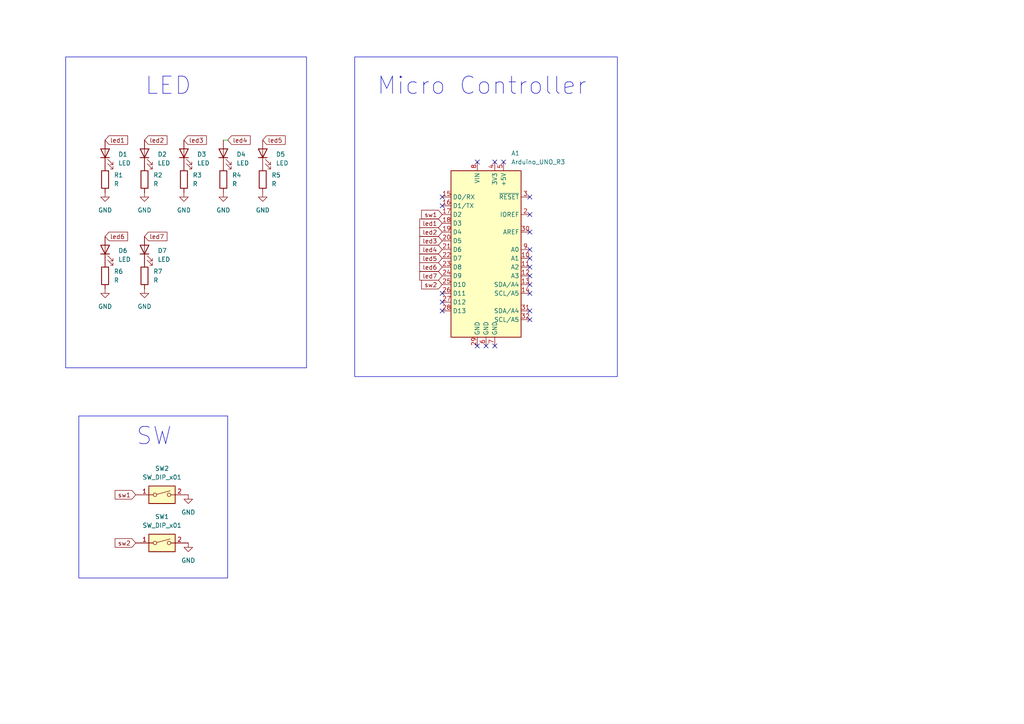
<source format=kicad_sch>
(kicad_sch (version 20230121) (generator eeschema)

  (uuid 2dc46684-5224-4c07-a5f3-575bb1620e7f)

  (paper "A4")

  (lib_symbols
    (symbol "Device:LED" (pin_numbers hide) (pin_names (offset 1.016) hide) (in_bom yes) (on_board yes)
      (property "Reference" "D" (at 0 2.54 0)
        (effects (font (size 1.27 1.27)))
      )
      (property "Value" "LED" (at 0 -2.54 0)
        (effects (font (size 1.27 1.27)))
      )
      (property "Footprint" "" (at 0 0 0)
        (effects (font (size 1.27 1.27)) hide)
      )
      (property "Datasheet" "~" (at 0 0 0)
        (effects (font (size 1.27 1.27)) hide)
      )
      (property "ki_keywords" "LED diode" (at 0 0 0)
        (effects (font (size 1.27 1.27)) hide)
      )
      (property "ki_description" "Light emitting diode" (at 0 0 0)
        (effects (font (size 1.27 1.27)) hide)
      )
      (property "ki_fp_filters" "LED* LED_SMD:* LED_THT:*" (at 0 0 0)
        (effects (font (size 1.27 1.27)) hide)
      )
      (symbol "LED_0_1"
        (polyline
          (pts
            (xy -1.27 -1.27)
            (xy -1.27 1.27)
          )
          (stroke (width 0.254) (type default))
          (fill (type none))
        )
        (polyline
          (pts
            (xy -1.27 0)
            (xy 1.27 0)
          )
          (stroke (width 0) (type default))
          (fill (type none))
        )
        (polyline
          (pts
            (xy 1.27 -1.27)
            (xy 1.27 1.27)
            (xy -1.27 0)
            (xy 1.27 -1.27)
          )
          (stroke (width 0.254) (type default))
          (fill (type none))
        )
        (polyline
          (pts
            (xy -3.048 -0.762)
            (xy -4.572 -2.286)
            (xy -3.81 -2.286)
            (xy -4.572 -2.286)
            (xy -4.572 -1.524)
          )
          (stroke (width 0) (type default))
          (fill (type none))
        )
        (polyline
          (pts
            (xy -1.778 -0.762)
            (xy -3.302 -2.286)
            (xy -2.54 -2.286)
            (xy -3.302 -2.286)
            (xy -3.302 -1.524)
          )
          (stroke (width 0) (type default))
          (fill (type none))
        )
      )
      (symbol "LED_1_1"
        (pin passive line (at -3.81 0 0) (length 2.54)
          (name "K" (effects (font (size 1.27 1.27))))
          (number "1" (effects (font (size 1.27 1.27))))
        )
        (pin passive line (at 3.81 0 180) (length 2.54)
          (name "A" (effects (font (size 1.27 1.27))))
          (number "2" (effects (font (size 1.27 1.27))))
        )
      )
    )
    (symbol "Device:R" (pin_numbers hide) (pin_names (offset 0)) (in_bom yes) (on_board yes)
      (property "Reference" "R" (at 2.032 0 90)
        (effects (font (size 1.27 1.27)))
      )
      (property "Value" "R" (at 0 0 90)
        (effects (font (size 1.27 1.27)))
      )
      (property "Footprint" "" (at -1.778 0 90)
        (effects (font (size 1.27 1.27)) hide)
      )
      (property "Datasheet" "~" (at 0 0 0)
        (effects (font (size 1.27 1.27)) hide)
      )
      (property "ki_keywords" "R res resistor" (at 0 0 0)
        (effects (font (size 1.27 1.27)) hide)
      )
      (property "ki_description" "Resistor" (at 0 0 0)
        (effects (font (size 1.27 1.27)) hide)
      )
      (property "ki_fp_filters" "R_*" (at 0 0 0)
        (effects (font (size 1.27 1.27)) hide)
      )
      (symbol "R_0_1"
        (rectangle (start -1.016 -2.54) (end 1.016 2.54)
          (stroke (width 0.254) (type default))
          (fill (type none))
        )
      )
      (symbol "R_1_1"
        (pin passive line (at 0 3.81 270) (length 1.27)
          (name "~" (effects (font (size 1.27 1.27))))
          (number "1" (effects (font (size 1.27 1.27))))
        )
        (pin passive line (at 0 -3.81 90) (length 1.27)
          (name "~" (effects (font (size 1.27 1.27))))
          (number "2" (effects (font (size 1.27 1.27))))
        )
      )
    )
    (symbol "MCU_Module:Arduino_UNO_R3" (in_bom yes) (on_board yes)
      (property "Reference" "A" (at -10.16 23.495 0)
        (effects (font (size 1.27 1.27)) (justify left bottom))
      )
      (property "Value" "Arduino_UNO_R3" (at 5.08 -26.67 0)
        (effects (font (size 1.27 1.27)) (justify left top))
      )
      (property "Footprint" "Module:Arduino_UNO_R3" (at 0 0 0)
        (effects (font (size 1.27 1.27) italic) hide)
      )
      (property "Datasheet" "https://www.arduino.cc/en/Main/arduinoBoardUno" (at 0 0 0)
        (effects (font (size 1.27 1.27)) hide)
      )
      (property "ki_keywords" "Arduino UNO R3 Microcontroller Module Atmel AVR USB" (at 0 0 0)
        (effects (font (size 1.27 1.27)) hide)
      )
      (property "ki_description" "Arduino UNO Microcontroller Module, release 3" (at 0 0 0)
        (effects (font (size 1.27 1.27)) hide)
      )
      (property "ki_fp_filters" "Arduino*UNO*R3*" (at 0 0 0)
        (effects (font (size 1.27 1.27)) hide)
      )
      (symbol "Arduino_UNO_R3_0_1"
        (rectangle (start -10.16 22.86) (end 10.16 -25.4)
          (stroke (width 0.254) (type default))
          (fill (type background))
        )
      )
      (symbol "Arduino_UNO_R3_1_1"
        (pin no_connect line (at -10.16 -20.32 0) (length 2.54) hide
          (name "NC" (effects (font (size 1.27 1.27))))
          (number "1" (effects (font (size 1.27 1.27))))
        )
        (pin bidirectional line (at 12.7 -2.54 180) (length 2.54)
          (name "A1" (effects (font (size 1.27 1.27))))
          (number "10" (effects (font (size 1.27 1.27))))
        )
        (pin bidirectional line (at 12.7 -5.08 180) (length 2.54)
          (name "A2" (effects (font (size 1.27 1.27))))
          (number "11" (effects (font (size 1.27 1.27))))
        )
        (pin bidirectional line (at 12.7 -7.62 180) (length 2.54)
          (name "A3" (effects (font (size 1.27 1.27))))
          (number "12" (effects (font (size 1.27 1.27))))
        )
        (pin bidirectional line (at 12.7 -10.16 180) (length 2.54)
          (name "SDA/A4" (effects (font (size 1.27 1.27))))
          (number "13" (effects (font (size 1.27 1.27))))
        )
        (pin bidirectional line (at 12.7 -12.7 180) (length 2.54)
          (name "SCL/A5" (effects (font (size 1.27 1.27))))
          (number "14" (effects (font (size 1.27 1.27))))
        )
        (pin bidirectional line (at -12.7 15.24 0) (length 2.54)
          (name "D0/RX" (effects (font (size 1.27 1.27))))
          (number "15" (effects (font (size 1.27 1.27))))
        )
        (pin bidirectional line (at -12.7 12.7 0) (length 2.54)
          (name "D1/TX" (effects (font (size 1.27 1.27))))
          (number "16" (effects (font (size 1.27 1.27))))
        )
        (pin bidirectional line (at -12.7 10.16 0) (length 2.54)
          (name "D2" (effects (font (size 1.27 1.27))))
          (number "17" (effects (font (size 1.27 1.27))))
        )
        (pin bidirectional line (at -12.7 7.62 0) (length 2.54)
          (name "D3" (effects (font (size 1.27 1.27))))
          (number "18" (effects (font (size 1.27 1.27))))
        )
        (pin bidirectional line (at -12.7 5.08 0) (length 2.54)
          (name "D4" (effects (font (size 1.27 1.27))))
          (number "19" (effects (font (size 1.27 1.27))))
        )
        (pin output line (at 12.7 10.16 180) (length 2.54)
          (name "IOREF" (effects (font (size 1.27 1.27))))
          (number "2" (effects (font (size 1.27 1.27))))
        )
        (pin bidirectional line (at -12.7 2.54 0) (length 2.54)
          (name "D5" (effects (font (size 1.27 1.27))))
          (number "20" (effects (font (size 1.27 1.27))))
        )
        (pin bidirectional line (at -12.7 0 0) (length 2.54)
          (name "D6" (effects (font (size 1.27 1.27))))
          (number "21" (effects (font (size 1.27 1.27))))
        )
        (pin bidirectional line (at -12.7 -2.54 0) (length 2.54)
          (name "D7" (effects (font (size 1.27 1.27))))
          (number "22" (effects (font (size 1.27 1.27))))
        )
        (pin bidirectional line (at -12.7 -5.08 0) (length 2.54)
          (name "D8" (effects (font (size 1.27 1.27))))
          (number "23" (effects (font (size 1.27 1.27))))
        )
        (pin bidirectional line (at -12.7 -7.62 0) (length 2.54)
          (name "D9" (effects (font (size 1.27 1.27))))
          (number "24" (effects (font (size 1.27 1.27))))
        )
        (pin bidirectional line (at -12.7 -10.16 0) (length 2.54)
          (name "D10" (effects (font (size 1.27 1.27))))
          (number "25" (effects (font (size 1.27 1.27))))
        )
        (pin bidirectional line (at -12.7 -12.7 0) (length 2.54)
          (name "D11" (effects (font (size 1.27 1.27))))
          (number "26" (effects (font (size 1.27 1.27))))
        )
        (pin bidirectional line (at -12.7 -15.24 0) (length 2.54)
          (name "D12" (effects (font (size 1.27 1.27))))
          (number "27" (effects (font (size 1.27 1.27))))
        )
        (pin bidirectional line (at -12.7 -17.78 0) (length 2.54)
          (name "D13" (effects (font (size 1.27 1.27))))
          (number "28" (effects (font (size 1.27 1.27))))
        )
        (pin power_in line (at -2.54 -27.94 90) (length 2.54)
          (name "GND" (effects (font (size 1.27 1.27))))
          (number "29" (effects (font (size 1.27 1.27))))
        )
        (pin input line (at 12.7 15.24 180) (length 2.54)
          (name "~{RESET}" (effects (font (size 1.27 1.27))))
          (number "3" (effects (font (size 1.27 1.27))))
        )
        (pin input line (at 12.7 5.08 180) (length 2.54)
          (name "AREF" (effects (font (size 1.27 1.27))))
          (number "30" (effects (font (size 1.27 1.27))))
        )
        (pin bidirectional line (at 12.7 -17.78 180) (length 2.54)
          (name "SDA/A4" (effects (font (size 1.27 1.27))))
          (number "31" (effects (font (size 1.27 1.27))))
        )
        (pin bidirectional line (at 12.7 -20.32 180) (length 2.54)
          (name "SCL/A5" (effects (font (size 1.27 1.27))))
          (number "32" (effects (font (size 1.27 1.27))))
        )
        (pin power_out line (at 2.54 25.4 270) (length 2.54)
          (name "3V3" (effects (font (size 1.27 1.27))))
          (number "4" (effects (font (size 1.27 1.27))))
        )
        (pin power_out line (at 5.08 25.4 270) (length 2.54)
          (name "+5V" (effects (font (size 1.27 1.27))))
          (number "5" (effects (font (size 1.27 1.27))))
        )
        (pin power_in line (at 0 -27.94 90) (length 2.54)
          (name "GND" (effects (font (size 1.27 1.27))))
          (number "6" (effects (font (size 1.27 1.27))))
        )
        (pin power_in line (at 2.54 -27.94 90) (length 2.54)
          (name "GND" (effects (font (size 1.27 1.27))))
          (number "7" (effects (font (size 1.27 1.27))))
        )
        (pin power_in line (at -2.54 25.4 270) (length 2.54)
          (name "VIN" (effects (font (size 1.27 1.27))))
          (number "8" (effects (font (size 1.27 1.27))))
        )
        (pin bidirectional line (at 12.7 0 180) (length 2.54)
          (name "A0" (effects (font (size 1.27 1.27))))
          (number "9" (effects (font (size 1.27 1.27))))
        )
      )
    )
    (symbol "Switch:SW_DIP_x01" (pin_names (offset 0) hide) (in_bom yes) (on_board yes)
      (property "Reference" "SW" (at 0 3.81 0)
        (effects (font (size 1.27 1.27)))
      )
      (property "Value" "SW_DIP_x01" (at 0 -3.81 0)
        (effects (font (size 1.27 1.27)))
      )
      (property "Footprint" "" (at 0 0 0)
        (effects (font (size 1.27 1.27)) hide)
      )
      (property "Datasheet" "~" (at 0 0 0)
        (effects (font (size 1.27 1.27)) hide)
      )
      (property "ki_keywords" "dip switch" (at 0 0 0)
        (effects (font (size 1.27 1.27)) hide)
      )
      (property "ki_description" "1x DIP Switch, Single Pole Single Throw (SPST) switch, small symbol" (at 0 0 0)
        (effects (font (size 1.27 1.27)) hide)
      )
      (property "ki_fp_filters" "SW?DIP?x1*" (at 0 0 0)
        (effects (font (size 1.27 1.27)) hide)
      )
      (symbol "SW_DIP_x01_0_0"
        (circle (center -2.032 0) (radius 0.508)
          (stroke (width 0) (type default))
          (fill (type none))
        )
        (polyline
          (pts
            (xy -1.524 0.127)
            (xy 2.3622 1.1684)
          )
          (stroke (width 0) (type default))
          (fill (type none))
        )
        (circle (center 2.032 0) (radius 0.508)
          (stroke (width 0) (type default))
          (fill (type none))
        )
      )
      (symbol "SW_DIP_x01_0_1"
        (rectangle (start -3.81 2.54) (end 3.81 -2.54)
          (stroke (width 0.254) (type default))
          (fill (type background))
        )
      )
      (symbol "SW_DIP_x01_1_1"
        (pin passive line (at -7.62 0 0) (length 5.08)
          (name "~" (effects (font (size 1.27 1.27))))
          (number "1" (effects (font (size 1.27 1.27))))
        )
        (pin passive line (at 7.62 0 180) (length 5.08)
          (name "~" (effects (font (size 1.27 1.27))))
          (number "2" (effects (font (size 1.27 1.27))))
        )
      )
    )
    (symbol "power:GND" (power) (pin_names (offset 0)) (in_bom yes) (on_board yes)
      (property "Reference" "#PWR" (at 0 -6.35 0)
        (effects (font (size 1.27 1.27)) hide)
      )
      (property "Value" "GND" (at 0 -3.81 0)
        (effects (font (size 1.27 1.27)))
      )
      (property "Footprint" "" (at 0 0 0)
        (effects (font (size 1.27 1.27)) hide)
      )
      (property "Datasheet" "" (at 0 0 0)
        (effects (font (size 1.27 1.27)) hide)
      )
      (property "ki_keywords" "global power" (at 0 0 0)
        (effects (font (size 1.27 1.27)) hide)
      )
      (property "ki_description" "Power symbol creates a global label with name \"GND\" , ground" (at 0 0 0)
        (effects (font (size 1.27 1.27)) hide)
      )
      (symbol "GND_0_1"
        (polyline
          (pts
            (xy 0 0)
            (xy 0 -1.27)
            (xy 1.27 -1.27)
            (xy 0 -2.54)
            (xy -1.27 -1.27)
            (xy 0 -1.27)
          )
          (stroke (width 0) (type default))
          (fill (type none))
        )
      )
      (symbol "GND_1_1"
        (pin power_in line (at 0 0 270) (length 0) hide
          (name "GND" (effects (font (size 1.27 1.27))))
          (number "1" (effects (font (size 1.27 1.27))))
        )
      )
    )
  )


  (no_connect (at 153.67 72.39) (uuid 03a5e6e3-f840-4135-b7d2-b91af3e56fbf))
  (no_connect (at 138.43 100.33) (uuid 05b2f2c3-6596-486f-a03c-ddad99ebc551))
  (no_connect (at 140.97 100.33) (uuid 13302c2c-2d4d-48da-b9d3-c563343418b2))
  (no_connect (at 153.67 92.71) (uuid 1ada1809-88fa-497f-90c8-3863fb9b0cc0))
  (no_connect (at 153.67 77.47) (uuid 29a5ad6d-2425-4445-aa70-5d48c91bc634))
  (no_connect (at 153.67 67.31) (uuid 446aac05-8414-4123-abdc-f002edaf67ac))
  (no_connect (at 146.05 46.99) (uuid 4c27849c-cc23-4fbb-b4fc-a8aedcc0d4ba))
  (no_connect (at 153.67 90.17) (uuid 6d9fcf51-56d3-4f41-87b5-b83449d2f411))
  (no_connect (at 143.51 46.99) (uuid 7773697a-8de6-4df9-9352-c2c866babc18))
  (no_connect (at 153.67 85.09) (uuid 81951d98-84ff-4705-8d96-4c4068462c59))
  (no_connect (at 138.43 46.99) (uuid 83ee7f16-4408-47e2-aa25-78ec8090c048))
  (no_connect (at 143.51 100.33) (uuid 8608a66e-34ae-4a84-ad41-5c8b20404945))
  (no_connect (at 153.67 57.15) (uuid 8bdc22c5-93c7-43ba-abbf-a740ededcbfd))
  (no_connect (at 153.67 62.23) (uuid 8d9af7fd-ebe9-49ca-a841-2f415ce494b0))
  (no_connect (at 153.67 82.55) (uuid ac93ec93-a2bd-49f9-adc8-526a3e6825de))
  (no_connect (at 128.27 57.15) (uuid b2425fdb-bdbf-406d-ab9c-76e591ae6020))
  (no_connect (at 128.27 90.17) (uuid b9af2a16-7cca-4944-b1e7-e50639a3f6d9))
  (no_connect (at 153.67 74.93) (uuid bfcd8f1b-93c8-41b7-9c07-3f265e4e3371))
  (no_connect (at 128.27 85.09) (uuid cc2be917-f3ac-4d1e-adf2-f24796d0ffa0))
  (no_connect (at 153.67 80.01) (uuid df9f8361-5485-4b7f-bcde-b109c90568fe))
  (no_connect (at 128.27 87.63) (uuid f4d06316-c6ba-4c44-8c0d-67c1e9ad406f))
  (no_connect (at 128.27 59.69) (uuid f6c70ead-6f48-4094-85ab-764203387b30))

  (wire (pts (xy 64.77 40.64) (xy 66.04 40.64))
    (stroke (width 0) (type default))
    (uuid 1c67274c-395e-413c-811c-0a9d7baa9635)
  )

  (rectangle (start 19.05 16.51) (end 88.9 106.68)
    (stroke (width 0) (type default))
    (fill (type none))
    (uuid 0cd127d6-d8fc-44ea-89f8-ac7cd7425d50)
  )
  (rectangle (start 102.87 16.51) (end 179.07 109.22)
    (stroke (width 0) (type default))
    (fill (type none))
    (uuid 5274e32a-28d1-463a-b6a7-3d4d2e54d4a2)
  )
  (rectangle (start 22.86 120.65) (end 66.04 167.64)
    (stroke (width 0) (type default))
    (fill (type none))
    (uuid 94884a9c-73d2-48d4-9cea-3edb043285ab)
  )

  (text "LED" (at 41.91 27.94 0)
    (effects (font (size 5 5)) (justify left bottom))
    (uuid 1049c581-21e8-495d-b6df-07099ca71e91)
  )
  (text "SW" (at 39.37 129.54 0)
    (effects (font (size 5 5)) (justify left bottom))
    (uuid 612b0693-951a-48c0-9e3e-1a5453a684b2)
  )
  (text "Micro Controller" (at 109.22 27.94 0)
    (effects (font (size 5 5)) (justify left bottom))
    (uuid ed5323be-cbe4-4f0f-b5e3-88eac55befdc)
  )

  (global_label "led6" (shape input) (at 128.27 77.47 180) (fields_autoplaced)
    (effects (font (size 1.27 1.27)) (justify right))
    (uuid 0f138984-62cd-4382-9968-022316e12156)
    (property "Intersheetrefs" "${INTERSHEET_REFS}" (at 121.1725 77.47 0)
      (effects (font (size 1.27 1.27)) (justify right) hide)
    )
  )
  (global_label "led2" (shape input) (at 128.27 67.31 180) (fields_autoplaced)
    (effects (font (size 1.27 1.27)) (justify right))
    (uuid 12c0a26c-9448-42e3-86e6-a4de7ac327bf)
    (property "Intersheetrefs" "${INTERSHEET_REFS}" (at 121.1725 67.31 0)
      (effects (font (size 1.27 1.27)) (justify right) hide)
    )
  )
  (global_label "sw2" (shape input) (at 128.27 82.55 180) (fields_autoplaced)
    (effects (font (size 1.27 1.27)) (justify right))
    (uuid 2068f5ec-ec82-4381-9064-b137223174b7)
    (property "Intersheetrefs" "${INTERSHEET_REFS}" (at 121.7167 82.55 0)
      (effects (font (size 1.27 1.27)) (justify right) hide)
    )
  )
  (global_label "led1" (shape input) (at 128.27 64.77 180) (fields_autoplaced)
    (effects (font (size 1.27 1.27)) (justify right))
    (uuid 22918bc3-e34e-4a7a-85dd-a346cdd864d5)
    (property "Intersheetrefs" "${INTERSHEET_REFS}" (at 121.1725 64.77 0)
      (effects (font (size 1.27 1.27)) (justify right) hide)
    )
  )
  (global_label "led1" (shape input) (at 30.48 40.64 0) (fields_autoplaced)
    (effects (font (size 1.27 1.27)) (justify left))
    (uuid 376ed095-b7c1-47cc-878d-f6498072ed2d)
    (property "Intersheetrefs" "${INTERSHEET_REFS}" (at 37.5775 40.64 0)
      (effects (font (size 1.27 1.27)) (justify left) hide)
    )
  )
  (global_label "led6" (shape input) (at 30.48 68.58 0) (fields_autoplaced)
    (effects (font (size 1.27 1.27)) (justify left))
    (uuid 6bfd56ac-2e92-4349-96f7-8f79f8e216b1)
    (property "Intersheetrefs" "${INTERSHEET_REFS}" (at 37.5775 68.58 0)
      (effects (font (size 1.27 1.27)) (justify left) hide)
    )
  )
  (global_label "sw2" (shape input) (at 39.37 157.48 180) (fields_autoplaced)
    (effects (font (size 1.27 1.27)) (justify right))
    (uuid 817518d6-8e20-4074-9cf9-ff5ea732e8af)
    (property "Intersheetrefs" "${INTERSHEET_REFS}" (at 32.8167 157.48 0)
      (effects (font (size 1.27 1.27)) (justify right) hide)
    )
  )
  (global_label "led7" (shape input) (at 41.91 68.58 0) (fields_autoplaced)
    (effects (font (size 1.27 1.27)) (justify left))
    (uuid 8f8947fb-3271-4f5d-b178-41d58a31e98a)
    (property "Intersheetrefs" "${INTERSHEET_REFS}" (at 49.0075 68.58 0)
      (effects (font (size 1.27 1.27)) (justify left) hide)
    )
  )
  (global_label "led2" (shape input) (at 41.91 40.64 0) (fields_autoplaced)
    (effects (font (size 1.27 1.27)) (justify left))
    (uuid 9c42a9cd-41f6-4855-9501-738cd3b5740d)
    (property "Intersheetrefs" "${INTERSHEET_REFS}" (at 49.0075 40.64 0)
      (effects (font (size 1.27 1.27)) (justify left) hide)
    )
  )
  (global_label "led4" (shape input) (at 128.27 72.39 180) (fields_autoplaced)
    (effects (font (size 1.27 1.27)) (justify right))
    (uuid a41bc644-f541-431b-a057-86d8758b2aac)
    (property "Intersheetrefs" "${INTERSHEET_REFS}" (at 121.1725 72.39 0)
      (effects (font (size 1.27 1.27)) (justify right) hide)
    )
  )
  (global_label "led7" (shape input) (at 128.27 80.01 180) (fields_autoplaced)
    (effects (font (size 1.27 1.27)) (justify right))
    (uuid a8c15b44-9046-46d0-8b06-f728620cc00d)
    (property "Intersheetrefs" "${INTERSHEET_REFS}" (at 121.1725 80.01 0)
      (effects (font (size 1.27 1.27)) (justify right) hide)
    )
  )
  (global_label "sw1" (shape input) (at 39.37 143.51 180) (fields_autoplaced)
    (effects (font (size 1.27 1.27)) (justify right))
    (uuid ba60bd31-d912-4c50-909a-fac0a28682fb)
    (property "Intersheetrefs" "${INTERSHEET_REFS}" (at 32.8167 143.51 0)
      (effects (font (size 1.27 1.27)) (justify right) hide)
    )
  )
  (global_label "sw1" (shape input) (at 128.27 62.23 180) (fields_autoplaced)
    (effects (font (size 1.27 1.27)) (justify right))
    (uuid c27f8726-12db-40b5-9da9-c6103bfa01f4)
    (property "Intersheetrefs" "${INTERSHEET_REFS}" (at 121.7167 62.23 0)
      (effects (font (size 1.27 1.27)) (justify right) hide)
    )
  )
  (global_label "led5" (shape input) (at 128.27 74.93 180) (fields_autoplaced)
    (effects (font (size 1.27 1.27)) (justify right))
    (uuid d5cf5d00-6daa-4239-9fd0-0873ecad74b9)
    (property "Intersheetrefs" "${INTERSHEET_REFS}" (at 121.1725 74.93 0)
      (effects (font (size 1.27 1.27)) (justify right) hide)
    )
  )
  (global_label "led5" (shape input) (at 76.2 40.64 0) (fields_autoplaced)
    (effects (font (size 1.27 1.27)) (justify left))
    (uuid da66e3f6-686a-4340-acd9-0a893e0ed025)
    (property "Intersheetrefs" "${INTERSHEET_REFS}" (at 83.2975 40.64 0)
      (effects (font (size 1.27 1.27)) (justify left) hide)
    )
  )
  (global_label "led3" (shape input) (at 53.34 40.64 0) (fields_autoplaced)
    (effects (font (size 1.27 1.27)) (justify left))
    (uuid e50d8955-ae1e-4d24-8f47-059fb34f7aae)
    (property "Intersheetrefs" "${INTERSHEET_REFS}" (at 60.4375 40.64 0)
      (effects (font (size 1.27 1.27)) (justify left) hide)
    )
  )
  (global_label "led4" (shape input) (at 66.04 40.64 0) (fields_autoplaced)
    (effects (font (size 1.27 1.27)) (justify left))
    (uuid e92b66e7-d560-4c80-aeea-7f41a743499d)
    (property "Intersheetrefs" "${INTERSHEET_REFS}" (at 73.1375 40.64 0)
      (effects (font (size 1.27 1.27)) (justify left) hide)
    )
  )
  (global_label "led3" (shape input) (at 128.27 69.85 180) (fields_autoplaced)
    (effects (font (size 1.27 1.27)) (justify right))
    (uuid f28e8669-f05c-4a49-8603-477d23f0d0b3)
    (property "Intersheetrefs" "${INTERSHEET_REFS}" (at 121.1725 69.85 0)
      (effects (font (size 1.27 1.27)) (justify right) hide)
    )
  )

  (symbol (lib_id "power:GND") (at 76.2 55.88 0) (unit 1)
    (in_bom yes) (on_board yes) (dnp no) (fields_autoplaced)
    (uuid 0441c623-89a6-4d00-8640-3b153ba915ee)
    (property "Reference" "#PWR05" (at 76.2 62.23 0)
      (effects (font (size 1.27 1.27)) hide)
    )
    (property "Value" "GND" (at 76.2 60.96 0)
      (effects (font (size 1.27 1.27)))
    )
    (property "Footprint" "" (at 76.2 55.88 0)
      (effects (font (size 1.27 1.27)) hide)
    )
    (property "Datasheet" "" (at 76.2 55.88 0)
      (effects (font (size 1.27 1.27)) hide)
    )
    (pin "1" (uuid f9b4aaf7-bc3c-41b6-9fdf-62940e926d23))
    (instances
      (project "2023Kyurobo_Meishi"
        (path "/2dc46684-5224-4c07-a5f3-575bb1620e7f"
          (reference "#PWR05") (unit 1)
        )
      )
    )
  )

  (symbol (lib_id "Device:R") (at 41.91 52.07 0) (unit 1)
    (in_bom yes) (on_board yes) (dnp no) (fields_autoplaced)
    (uuid 04f82b01-c128-4de2-a1a5-918a07c7918c)
    (property "Reference" "R2" (at 44.45 50.8 0)
      (effects (font (size 1.27 1.27)) (justify left))
    )
    (property "Value" "R" (at 44.45 53.34 0)
      (effects (font (size 1.27 1.27)) (justify left))
    )
    (property "Footprint" "Resistor_THT:R_Axial_DIN0204_L3.6mm_D1.6mm_P7.62mm_Horizontal" (at 40.132 52.07 90)
      (effects (font (size 1.27 1.27)) hide)
    )
    (property "Datasheet" "~" (at 41.91 52.07 0)
      (effects (font (size 1.27 1.27)) hide)
    )
    (pin "1" (uuid 1a2152da-786c-44db-a62c-865f7aef4f36))
    (pin "2" (uuid ae291eac-d483-4a45-9a3c-698452673def))
    (instances
      (project "2023Kyurobo_Meishi"
        (path "/2dc46684-5224-4c07-a5f3-575bb1620e7f"
          (reference "R2") (unit 1)
        )
      )
    )
  )

  (symbol (lib_id "power:GND") (at 54.61 157.48 0) (unit 1)
    (in_bom yes) (on_board yes) (dnp no) (fields_autoplaced)
    (uuid 06393ec2-9b11-4477-ae56-90b97fea8020)
    (property "Reference" "#PWR010" (at 54.61 163.83 0)
      (effects (font (size 1.27 1.27)) hide)
    )
    (property "Value" "GND" (at 54.61 162.56 0)
      (effects (font (size 1.27 1.27)))
    )
    (property "Footprint" "" (at 54.61 157.48 0)
      (effects (font (size 1.27 1.27)) hide)
    )
    (property "Datasheet" "" (at 54.61 157.48 0)
      (effects (font (size 1.27 1.27)) hide)
    )
    (pin "1" (uuid 687d2b1e-fc28-4868-b47f-36e3abe3f6f4))
    (instances
      (project "2023Kyurobo_Meishi"
        (path "/2dc46684-5224-4c07-a5f3-575bb1620e7f"
          (reference "#PWR010") (unit 1)
        )
      )
    )
  )

  (symbol (lib_id "power:GND") (at 41.91 55.88 0) (unit 1)
    (in_bom yes) (on_board yes) (dnp no) (fields_autoplaced)
    (uuid 0dda5400-91f8-4f70-821b-bd4bc71a9faf)
    (property "Reference" "#PWR02" (at 41.91 62.23 0)
      (effects (font (size 1.27 1.27)) hide)
    )
    (property "Value" "GND" (at 41.91 60.96 0)
      (effects (font (size 1.27 1.27)))
    )
    (property "Footprint" "" (at 41.91 55.88 0)
      (effects (font (size 1.27 1.27)) hide)
    )
    (property "Datasheet" "" (at 41.91 55.88 0)
      (effects (font (size 1.27 1.27)) hide)
    )
    (pin "1" (uuid bead71c7-ea1c-4adc-9056-4eb2e32f749b))
    (instances
      (project "2023Kyurobo_Meishi"
        (path "/2dc46684-5224-4c07-a5f3-575bb1620e7f"
          (reference "#PWR02") (unit 1)
        )
      )
    )
  )

  (symbol (lib_id "Switch:SW_DIP_x01") (at 46.99 143.51 0) (unit 1)
    (in_bom yes) (on_board yes) (dnp no) (fields_autoplaced)
    (uuid 13ce8136-6a4e-417c-b80b-53613555f2e3)
    (property "Reference" "SW2" (at 46.99 135.89 0)
      (effects (font (size 1.27 1.27)))
    )
    (property "Value" "SW_DIP_x01" (at 46.99 138.43 0)
      (effects (font (size 1.27 1.27)))
    )
    (property "Footprint" "Button_Switch_THT:SW_PUSH_6mm_H7.3mm" (at 46.99 143.51 0)
      (effects (font (size 1.27 1.27)) hide)
    )
    (property "Datasheet" "~" (at 46.99 143.51 0)
      (effects (font (size 1.27 1.27)) hide)
    )
    (pin "1" (uuid a7a00719-b90e-4b25-a302-6b6f1a2132ad))
    (pin "2" (uuid 051bac7a-d608-486a-9230-4d1fc5ea6db3))
    (instances
      (project "2023Kyurobo_Meishi"
        (path "/2dc46684-5224-4c07-a5f3-575bb1620e7f"
          (reference "SW2") (unit 1)
        )
      )
    )
  )

  (symbol (lib_id "power:GND") (at 30.48 55.88 0) (unit 1)
    (in_bom yes) (on_board yes) (dnp no) (fields_autoplaced)
    (uuid 1b774774-3c0b-48da-b158-97531ac06ce8)
    (property "Reference" "#PWR01" (at 30.48 62.23 0)
      (effects (font (size 1.27 1.27)) hide)
    )
    (property "Value" "GND" (at 30.48 60.96 0)
      (effects (font (size 1.27 1.27)))
    )
    (property "Footprint" "" (at 30.48 55.88 0)
      (effects (font (size 1.27 1.27)) hide)
    )
    (property "Datasheet" "" (at 30.48 55.88 0)
      (effects (font (size 1.27 1.27)) hide)
    )
    (pin "1" (uuid b2ab957c-a8b6-49d8-9847-c4396eb69d28))
    (instances
      (project "2023Kyurobo_Meishi"
        (path "/2dc46684-5224-4c07-a5f3-575bb1620e7f"
          (reference "#PWR01") (unit 1)
        )
      )
    )
  )

  (symbol (lib_id "power:GND") (at 53.34 55.88 0) (unit 1)
    (in_bom yes) (on_board yes) (dnp no) (fields_autoplaced)
    (uuid 1cb83f37-4aed-4259-a69e-e79e28e0eb70)
    (property "Reference" "#PWR03" (at 53.34 62.23 0)
      (effects (font (size 1.27 1.27)) hide)
    )
    (property "Value" "GND" (at 53.34 60.96 0)
      (effects (font (size 1.27 1.27)))
    )
    (property "Footprint" "" (at 53.34 55.88 0)
      (effects (font (size 1.27 1.27)) hide)
    )
    (property "Datasheet" "" (at 53.34 55.88 0)
      (effects (font (size 1.27 1.27)) hide)
    )
    (pin "1" (uuid 46fed735-e2da-4c1f-b2a8-0999d0407845))
    (instances
      (project "2023Kyurobo_Meishi"
        (path "/2dc46684-5224-4c07-a5f3-575bb1620e7f"
          (reference "#PWR03") (unit 1)
        )
      )
    )
  )

  (symbol (lib_id "Device:LED") (at 64.77 44.45 90) (unit 1)
    (in_bom yes) (on_board yes) (dnp no) (fields_autoplaced)
    (uuid 1dab4997-2f4c-4b7c-9cc3-ab93cd78e848)
    (property "Reference" "D4" (at 68.58 44.7675 90)
      (effects (font (size 1.27 1.27)) (justify right))
    )
    (property "Value" "LED" (at 68.58 47.3075 90)
      (effects (font (size 1.27 1.27)) (justify right))
    )
    (property "Footprint" "LED_THT:LED_D3.0mm" (at 64.77 44.45 0)
      (effects (font (size 1.27 1.27)) hide)
    )
    (property "Datasheet" "~" (at 64.77 44.45 0)
      (effects (font (size 1.27 1.27)) hide)
    )
    (pin "1" (uuid 7aad34b0-61e0-4162-9eb5-50a733664b05))
    (pin "2" (uuid a1c4ce7a-35c1-401c-90ad-e6137e56a6ac))
    (instances
      (project "2023Kyurobo_Meishi"
        (path "/2dc46684-5224-4c07-a5f3-575bb1620e7f"
          (reference "D4") (unit 1)
        )
      )
    )
  )

  (symbol (lib_id "Device:LED") (at 41.91 72.39 90) (unit 1)
    (in_bom yes) (on_board yes) (dnp no) (fields_autoplaced)
    (uuid 21d0d849-92ff-41ac-9d1c-45dbcd6f37cc)
    (property "Reference" "D7" (at 45.72 72.7075 90)
      (effects (font (size 1.27 1.27)) (justify right))
    )
    (property "Value" "LED" (at 45.72 75.2475 90)
      (effects (font (size 1.27 1.27)) (justify right))
    )
    (property "Footprint" "LED_THT:LED_D3.0mm" (at 41.91 72.39 0)
      (effects (font (size 1.27 1.27)) hide)
    )
    (property "Datasheet" "~" (at 41.91 72.39 0)
      (effects (font (size 1.27 1.27)) hide)
    )
    (pin "1" (uuid 9e7138b6-81e5-4b5b-a26a-7a03299c12b9))
    (pin "2" (uuid ba8235ac-b8da-4bdf-ad33-64cdeab7cfe9))
    (instances
      (project "2023Kyurobo_Meishi"
        (path "/2dc46684-5224-4c07-a5f3-575bb1620e7f"
          (reference "D7") (unit 1)
        )
      )
    )
  )

  (symbol (lib_id "power:GND") (at 64.77 55.88 0) (unit 1)
    (in_bom yes) (on_board yes) (dnp no) (fields_autoplaced)
    (uuid 515ac661-46c1-45cb-98a7-84c9864e9adc)
    (property "Reference" "#PWR04" (at 64.77 62.23 0)
      (effects (font (size 1.27 1.27)) hide)
    )
    (property "Value" "GND" (at 64.77 60.96 0)
      (effects (font (size 1.27 1.27)))
    )
    (property "Footprint" "" (at 64.77 55.88 0)
      (effects (font (size 1.27 1.27)) hide)
    )
    (property "Datasheet" "" (at 64.77 55.88 0)
      (effects (font (size 1.27 1.27)) hide)
    )
    (pin "1" (uuid 50c8e42c-7583-4f2f-a015-a255257d3b3f))
    (instances
      (project "2023Kyurobo_Meishi"
        (path "/2dc46684-5224-4c07-a5f3-575bb1620e7f"
          (reference "#PWR04") (unit 1)
        )
      )
    )
  )

  (symbol (lib_id "Device:LED") (at 30.48 44.45 90) (unit 1)
    (in_bom yes) (on_board yes) (dnp no) (fields_autoplaced)
    (uuid 569a1401-0817-49ff-a531-049d63d372a2)
    (property "Reference" "D1" (at 34.29 44.7675 90)
      (effects (font (size 1.27 1.27)) (justify right))
    )
    (property "Value" "LED" (at 34.29 47.3075 90)
      (effects (font (size 1.27 1.27)) (justify right))
    )
    (property "Footprint" "LED_THT:LED_D3.0mm" (at 30.48 44.45 0)
      (effects (font (size 1.27 1.27)) hide)
    )
    (property "Datasheet" "~" (at 30.48 44.45 0)
      (effects (font (size 1.27 1.27)) hide)
    )
    (pin "1" (uuid d1cdfe7b-c788-48f8-89a7-3ef7ddf81ad8))
    (pin "2" (uuid 0e84f04e-b063-4379-a62d-93280ffcf8c8))
    (instances
      (project "2023Kyurobo_Meishi"
        (path "/2dc46684-5224-4c07-a5f3-575bb1620e7f"
          (reference "D1") (unit 1)
        )
      )
    )
  )

  (symbol (lib_id "Device:LED") (at 53.34 44.45 90) (unit 1)
    (in_bom yes) (on_board yes) (dnp no) (fields_autoplaced)
    (uuid 595dc4ee-870a-43cc-8545-e21e02a6946e)
    (property "Reference" "D3" (at 57.15 44.7675 90)
      (effects (font (size 1.27 1.27)) (justify right))
    )
    (property "Value" "LED" (at 57.15 47.3075 90)
      (effects (font (size 1.27 1.27)) (justify right))
    )
    (property "Footprint" "LED_THT:LED_D3.0mm" (at 53.34 44.45 0)
      (effects (font (size 1.27 1.27)) hide)
    )
    (property "Datasheet" "~" (at 53.34 44.45 0)
      (effects (font (size 1.27 1.27)) hide)
    )
    (pin "1" (uuid ba4a4b2e-575e-4dd9-ab51-58c5d5a5421e))
    (pin "2" (uuid 4b48a4a5-b827-4a01-b894-e2c4c9180bc0))
    (instances
      (project "2023Kyurobo_Meishi"
        (path "/2dc46684-5224-4c07-a5f3-575bb1620e7f"
          (reference "D3") (unit 1)
        )
      )
    )
  )

  (symbol (lib_id "Device:R") (at 53.34 52.07 0) (unit 1)
    (in_bom yes) (on_board yes) (dnp no) (fields_autoplaced)
    (uuid 5d18ce16-28ab-4d4c-aaae-3e245c3f3b30)
    (property "Reference" "R3" (at 55.88 50.8 0)
      (effects (font (size 1.27 1.27)) (justify left))
    )
    (property "Value" "R" (at 55.88 53.34 0)
      (effects (font (size 1.27 1.27)) (justify left))
    )
    (property "Footprint" "Resistor_THT:R_Axial_DIN0204_L3.6mm_D1.6mm_P7.62mm_Horizontal" (at 51.562 52.07 90)
      (effects (font (size 1.27 1.27)) hide)
    )
    (property "Datasheet" "~" (at 53.34 52.07 0)
      (effects (font (size 1.27 1.27)) hide)
    )
    (pin "1" (uuid 45b2cc14-e613-46cc-b8b7-8ab537b9b5b8))
    (pin "2" (uuid 9bf64a29-ae87-4e0a-b85d-3b1964f8dea5))
    (instances
      (project "2023Kyurobo_Meishi"
        (path "/2dc46684-5224-4c07-a5f3-575bb1620e7f"
          (reference "R3") (unit 1)
        )
      )
    )
  )

  (symbol (lib_id "Device:R") (at 64.77 52.07 0) (unit 1)
    (in_bom yes) (on_board yes) (dnp no) (fields_autoplaced)
    (uuid 6d5e9638-bc35-4a85-985c-86a078c78d80)
    (property "Reference" "R4" (at 67.31 50.8 0)
      (effects (font (size 1.27 1.27)) (justify left))
    )
    (property "Value" "R" (at 67.31 53.34 0)
      (effects (font (size 1.27 1.27)) (justify left))
    )
    (property "Footprint" "Resistor_THT:R_Axial_DIN0204_L3.6mm_D1.6mm_P7.62mm_Horizontal" (at 62.992 52.07 90)
      (effects (font (size 1.27 1.27)) hide)
    )
    (property "Datasheet" "~" (at 64.77 52.07 0)
      (effects (font (size 1.27 1.27)) hide)
    )
    (pin "1" (uuid e8e20d98-f56a-4b8e-9b1a-4426f491dbd9))
    (pin "2" (uuid ba223ac2-37d2-4e6a-b93e-64cc9dfcc3d7))
    (instances
      (project "2023Kyurobo_Meishi"
        (path "/2dc46684-5224-4c07-a5f3-575bb1620e7f"
          (reference "R4") (unit 1)
        )
      )
    )
  )

  (symbol (lib_id "Device:LED") (at 41.91 44.45 90) (unit 1)
    (in_bom yes) (on_board yes) (dnp no) (fields_autoplaced)
    (uuid 6f6ed21a-d7dd-4b73-9a23-ed32654b34e5)
    (property "Reference" "D2" (at 45.72 44.7675 90)
      (effects (font (size 1.27 1.27)) (justify right))
    )
    (property "Value" "LED" (at 45.72 47.3075 90)
      (effects (font (size 1.27 1.27)) (justify right))
    )
    (property "Footprint" "LED_THT:LED_D3.0mm" (at 41.91 44.45 0)
      (effects (font (size 1.27 1.27)) hide)
    )
    (property "Datasheet" "~" (at 41.91 44.45 0)
      (effects (font (size 1.27 1.27)) hide)
    )
    (pin "1" (uuid 5a813667-6b32-42b3-bde6-de39c1bdf603))
    (pin "2" (uuid 2a8a536b-7fe8-41ac-87b2-0fa97f4b9346))
    (instances
      (project "2023Kyurobo_Meishi"
        (path "/2dc46684-5224-4c07-a5f3-575bb1620e7f"
          (reference "D2") (unit 1)
        )
      )
    )
  )

  (symbol (lib_id "Device:R") (at 41.91 80.01 0) (unit 1)
    (in_bom yes) (on_board yes) (dnp no) (fields_autoplaced)
    (uuid 81483f4b-5f78-4f62-9571-e44875d1e6f0)
    (property "Reference" "R7" (at 44.45 78.74 0)
      (effects (font (size 1.27 1.27)) (justify left))
    )
    (property "Value" "R" (at 44.45 81.28 0)
      (effects (font (size 1.27 1.27)) (justify left))
    )
    (property "Footprint" "Resistor_THT:R_Axial_DIN0204_L3.6mm_D1.6mm_P7.62mm_Horizontal" (at 40.132 80.01 90)
      (effects (font (size 1.27 1.27)) hide)
    )
    (property "Datasheet" "~" (at 41.91 80.01 0)
      (effects (font (size 1.27 1.27)) hide)
    )
    (pin "1" (uuid 857e7b06-4abc-4abd-be27-0178bfeed046))
    (pin "2" (uuid d6655c5a-ba08-4045-b606-e1743e54ff2e))
    (instances
      (project "2023Kyurobo_Meishi"
        (path "/2dc46684-5224-4c07-a5f3-575bb1620e7f"
          (reference "R7") (unit 1)
        )
      )
    )
  )

  (symbol (lib_id "power:GND") (at 30.48 83.82 0) (unit 1)
    (in_bom yes) (on_board yes) (dnp no) (fields_autoplaced)
    (uuid 81e35773-5dc3-410e-90f6-1884c9320e50)
    (property "Reference" "#PWR06" (at 30.48 90.17 0)
      (effects (font (size 1.27 1.27)) hide)
    )
    (property "Value" "GND" (at 30.48 88.9 0)
      (effects (font (size 1.27 1.27)))
    )
    (property "Footprint" "" (at 30.48 83.82 0)
      (effects (font (size 1.27 1.27)) hide)
    )
    (property "Datasheet" "" (at 30.48 83.82 0)
      (effects (font (size 1.27 1.27)) hide)
    )
    (pin "1" (uuid 5bbbc92c-bb1e-49e9-9e1b-3fbc8045da1b))
    (instances
      (project "2023Kyurobo_Meishi"
        (path "/2dc46684-5224-4c07-a5f3-575bb1620e7f"
          (reference "#PWR06") (unit 1)
        )
      )
    )
  )

  (symbol (lib_id "power:GND") (at 41.91 83.82 0) (unit 1)
    (in_bom yes) (on_board yes) (dnp no) (fields_autoplaced)
    (uuid 82ad7e21-d678-40f2-808a-d10916982fc2)
    (property "Reference" "#PWR07" (at 41.91 90.17 0)
      (effects (font (size 1.27 1.27)) hide)
    )
    (property "Value" "GND" (at 41.91 88.9 0)
      (effects (font (size 1.27 1.27)))
    )
    (property "Footprint" "" (at 41.91 83.82 0)
      (effects (font (size 1.27 1.27)) hide)
    )
    (property "Datasheet" "" (at 41.91 83.82 0)
      (effects (font (size 1.27 1.27)) hide)
    )
    (pin "1" (uuid 6b38e303-fb28-4abd-bcb5-55d5594899c3))
    (instances
      (project "2023Kyurobo_Meishi"
        (path "/2dc46684-5224-4c07-a5f3-575bb1620e7f"
          (reference "#PWR07") (unit 1)
        )
      )
    )
  )

  (symbol (lib_id "Device:R") (at 30.48 52.07 0) (unit 1)
    (in_bom yes) (on_board yes) (dnp no) (fields_autoplaced)
    (uuid 8c5b5bb9-3d09-4088-bdd7-8f5ae6cf38a8)
    (property "Reference" "R1" (at 33.02 50.8 0)
      (effects (font (size 1.27 1.27)) (justify left))
    )
    (property "Value" "R" (at 33.02 53.34 0)
      (effects (font (size 1.27 1.27)) (justify left))
    )
    (property "Footprint" "Resistor_THT:R_Axial_DIN0204_L3.6mm_D1.6mm_P7.62mm_Horizontal" (at 28.702 52.07 90)
      (effects (font (size 1.27 1.27)) hide)
    )
    (property "Datasheet" "~" (at 30.48 52.07 0)
      (effects (font (size 1.27 1.27)) hide)
    )
    (pin "1" (uuid 78f30796-8db7-40f7-aaf9-88dfc96d2eb5))
    (pin "2" (uuid 83a3732d-5c06-4ad9-915e-ece7b96ce1c7))
    (instances
      (project "2023Kyurobo_Meishi"
        (path "/2dc46684-5224-4c07-a5f3-575bb1620e7f"
          (reference "R1") (unit 1)
        )
      )
    )
  )

  (symbol (lib_id "Device:R") (at 76.2 52.07 0) (unit 1)
    (in_bom yes) (on_board yes) (dnp no) (fields_autoplaced)
    (uuid a59f9999-0ae1-4c33-ac8c-2d4f8c587617)
    (property "Reference" "R5" (at 78.74 50.8 0)
      (effects (font (size 1.27 1.27)) (justify left))
    )
    (property "Value" "R" (at 78.74 53.34 0)
      (effects (font (size 1.27 1.27)) (justify left))
    )
    (property "Footprint" "Resistor_THT:R_Axial_DIN0204_L3.6mm_D1.6mm_P7.62mm_Horizontal" (at 74.422 52.07 90)
      (effects (font (size 1.27 1.27)) hide)
    )
    (property "Datasheet" "~" (at 76.2 52.07 0)
      (effects (font (size 1.27 1.27)) hide)
    )
    (pin "1" (uuid 9b586a03-1d2a-4628-8f78-6dd12aa5980a))
    (pin "2" (uuid ab2b1f25-3e71-4bbc-b635-6f0e02bbe051))
    (instances
      (project "2023Kyurobo_Meishi"
        (path "/2dc46684-5224-4c07-a5f3-575bb1620e7f"
          (reference "R5") (unit 1)
        )
      )
    )
  )

  (symbol (lib_id "power:GND") (at 54.61 143.51 0) (unit 1)
    (in_bom yes) (on_board yes) (dnp no) (fields_autoplaced)
    (uuid b6cebfde-ac47-42b2-906c-fafa63ff56d7)
    (property "Reference" "#PWR09" (at 54.61 149.86 0)
      (effects (font (size 1.27 1.27)) hide)
    )
    (property "Value" "GND" (at 54.61 148.59 0)
      (effects (font (size 1.27 1.27)))
    )
    (property "Footprint" "" (at 54.61 143.51 0)
      (effects (font (size 1.27 1.27)) hide)
    )
    (property "Datasheet" "" (at 54.61 143.51 0)
      (effects (font (size 1.27 1.27)) hide)
    )
    (pin "1" (uuid 752b653d-07e5-4d46-95fd-a0408aa8175e))
    (instances
      (project "2023Kyurobo_Meishi"
        (path "/2dc46684-5224-4c07-a5f3-575bb1620e7f"
          (reference "#PWR09") (unit 1)
        )
      )
    )
  )

  (symbol (lib_id "MCU_Module:Arduino_UNO_R3") (at 140.97 72.39 0) (unit 1)
    (in_bom yes) (on_board yes) (dnp no) (fields_autoplaced)
    (uuid ca2a546a-2299-45fa-877b-1b1c4e87d023)
    (property "Reference" "A1" (at 148.2441 44.45 0)
      (effects (font (size 1.27 1.27)) (justify left))
    )
    (property "Value" "Arduino_UNO_R3" (at 148.2441 46.99 0)
      (effects (font (size 1.27 1.27)) (justify left))
    )
    (property "Footprint" "Module:Arduino_UNO_R3" (at 140.97 72.39 0)
      (effects (font (size 1.27 1.27) italic) hide)
    )
    (property "Datasheet" "https://www.arduino.cc/en/Main/arduinoBoardUno" (at 140.97 72.39 0)
      (effects (font (size 1.27 1.27)) hide)
    )
    (pin "1" (uuid 6c81ede6-f30f-47fe-80e4-1f17c3e9483c))
    (pin "10" (uuid 33ffa82a-cdd7-4988-83ee-fa40d2df250c))
    (pin "11" (uuid 80aaf6b2-b301-47bf-aaf6-5288bfa35c62))
    (pin "12" (uuid b7e43bb7-8096-403d-a841-06933a129ee5))
    (pin "13" (uuid dc84937f-7075-42f9-9033-ccb8bbf4d4fa))
    (pin "14" (uuid 48ead18f-029b-46db-87f4-5a4ad4d6ee9f))
    (pin "15" (uuid e646083c-c774-4817-adf9-5cfb7b146523))
    (pin "16" (uuid 610fedc8-767c-481b-a6da-a795c04c9ac2))
    (pin "17" (uuid 839c9437-b91e-4799-b712-b2ce10c3ea6a))
    (pin "18" (uuid 0f8be1c3-f7ec-4267-8e6d-984dcf109c78))
    (pin "19" (uuid 2b211123-e211-460d-90f8-3ed4d104a67b))
    (pin "2" (uuid 7f646508-d7f1-4712-9a57-84c174a2a7ed))
    (pin "20" (uuid 8cf7a011-7cd1-469b-9ec6-2d6345ad5971))
    (pin "21" (uuid 345f61f8-986e-427f-bc0b-4822ab004328))
    (pin "22" (uuid 87d9e7a0-16c7-42fc-951d-075bf7f64cb2))
    (pin "23" (uuid 4fec5bc1-ba93-4824-ac22-02a6d1103c6c))
    (pin "24" (uuid ddaf845d-3aad-4a0c-84a1-c4a00ec74769))
    (pin "25" (uuid 57b64c60-e330-4a3b-95b7-9880c44c7e63))
    (pin "26" (uuid 6ec99c51-40df-4104-8ab1-d107cfc581a1))
    (pin "27" (uuid 67a21ce2-ee87-4f43-a23d-4ce828fe52a0))
    (pin "28" (uuid 3d795894-029a-4b36-87cb-f2e60e063157))
    (pin "29" (uuid 953b0c77-65b7-4bf4-a7ca-d34a8d1669c0))
    (pin "3" (uuid db8334ba-70c5-45ac-bcf7-5d6106aba827))
    (pin "30" (uuid 3cafa00e-e38a-40c3-997d-4febf1dfe2f6))
    (pin "31" (uuid d618761c-ce97-4d41-a517-0ac01957ad53))
    (pin "32" (uuid 3455c2b1-a60f-4583-a4ec-6265b721d2dd))
    (pin "4" (uuid 27b94102-d8bf-4cd3-b3d4-0968b9179e82))
    (pin "5" (uuid 1852adac-c863-4de9-bca1-2c3b78123422))
    (pin "6" (uuid 5d790e03-0caa-4317-befb-3bf3f8e25078))
    (pin "7" (uuid a7d2b109-456c-4f68-8008-77cf9b524564))
    (pin "8" (uuid 2a5d0a29-2e56-42de-bb60-a51d49a9d622))
    (pin "9" (uuid 183b9e29-13e3-4411-a9ca-61d9d73b78e4))
    (instances
      (project "2023Kyurobo_Meishi"
        (path "/2dc46684-5224-4c07-a5f3-575bb1620e7f"
          (reference "A1") (unit 1)
        )
      )
    )
  )

  (symbol (lib_id "Switch:SW_DIP_x01") (at 46.99 157.48 0) (unit 1)
    (in_bom yes) (on_board yes) (dnp no) (fields_autoplaced)
    (uuid cb4baa94-9942-4a2f-8e57-b3b66d5ca62b)
    (property "Reference" "SW1" (at 46.99 149.86 0)
      (effects (font (size 1.27 1.27)))
    )
    (property "Value" "SW_DIP_x01" (at 46.99 152.4 0)
      (effects (font (size 1.27 1.27)))
    )
    (property "Footprint" "Button_Switch_THT:SW_PUSH_6mm_H7.3mm" (at 46.99 157.48 0)
      (effects (font (size 1.27 1.27)) hide)
    )
    (property "Datasheet" "~" (at 46.99 157.48 0)
      (effects (font (size 1.27 1.27)) hide)
    )
    (pin "1" (uuid d801f84e-2641-454c-81a6-a48b94134daa))
    (pin "2" (uuid 3fe11448-9c16-4cad-b5e2-9666e24e1fc3))
    (instances
      (project "2023Kyurobo_Meishi"
        (path "/2dc46684-5224-4c07-a5f3-575bb1620e7f"
          (reference "SW1") (unit 1)
        )
      )
    )
  )

  (symbol (lib_id "Device:LED") (at 30.48 72.39 90) (unit 1)
    (in_bom yes) (on_board yes) (dnp no) (fields_autoplaced)
    (uuid cf84306c-59dc-4db4-b19b-0eda252dd107)
    (property "Reference" "D6" (at 34.29 72.7075 90)
      (effects (font (size 1.27 1.27)) (justify right))
    )
    (property "Value" "LED" (at 34.29 75.2475 90)
      (effects (font (size 1.27 1.27)) (justify right))
    )
    (property "Footprint" "LED_THT:LED_D3.0mm" (at 30.48 72.39 0)
      (effects (font (size 1.27 1.27)) hide)
    )
    (property "Datasheet" "~" (at 30.48 72.39 0)
      (effects (font (size 1.27 1.27)) hide)
    )
    (pin "1" (uuid 2292b93a-20a6-4697-9787-cccf0be23029))
    (pin "2" (uuid 4c437c8e-a089-4647-b9e4-496deb7155f4))
    (instances
      (project "2023Kyurobo_Meishi"
        (path "/2dc46684-5224-4c07-a5f3-575bb1620e7f"
          (reference "D6") (unit 1)
        )
      )
    )
  )

  (symbol (lib_id "Device:LED") (at 76.2 44.45 90) (unit 1)
    (in_bom yes) (on_board yes) (dnp no) (fields_autoplaced)
    (uuid dd01cd42-d99e-4e51-b3f9-c8c252f37fc9)
    (property "Reference" "D5" (at 80.01 44.7675 90)
      (effects (font (size 1.27 1.27)) (justify right))
    )
    (property "Value" "LED" (at 80.01 47.3075 90)
      (effects (font (size 1.27 1.27)) (justify right))
    )
    (property "Footprint" "LED_THT:LED_D3.0mm" (at 76.2 44.45 0)
      (effects (font (size 1.27 1.27)) hide)
    )
    (property "Datasheet" "~" (at 76.2 44.45 0)
      (effects (font (size 1.27 1.27)) hide)
    )
    (pin "1" (uuid fef5baa3-25e1-44f5-ae96-36b6d94da3b1))
    (pin "2" (uuid 8352933e-de52-4906-8154-d8e1174506c4))
    (instances
      (project "2023Kyurobo_Meishi"
        (path "/2dc46684-5224-4c07-a5f3-575bb1620e7f"
          (reference "D5") (unit 1)
        )
      )
    )
  )

  (symbol (lib_id "Device:R") (at 30.48 80.01 0) (unit 1)
    (in_bom yes) (on_board yes) (dnp no) (fields_autoplaced)
    (uuid e8027947-fff5-4058-8cea-1e190dd522a2)
    (property "Reference" "R6" (at 33.02 78.74 0)
      (effects (font (size 1.27 1.27)) (justify left))
    )
    (property "Value" "R" (at 33.02 81.28 0)
      (effects (font (size 1.27 1.27)) (justify left))
    )
    (property "Footprint" "Resistor_THT:R_Axial_DIN0204_L3.6mm_D1.6mm_P7.62mm_Horizontal" (at 28.702 80.01 90)
      (effects (font (size 1.27 1.27)) hide)
    )
    (property "Datasheet" "~" (at 30.48 80.01 0)
      (effects (font (size 1.27 1.27)) hide)
    )
    (pin "1" (uuid 3a82a808-0b1b-4969-8042-13869a585389))
    (pin "2" (uuid 66dfafd6-3268-4fd2-b7f6-1668c5a4db17))
    (instances
      (project "2023Kyurobo_Meishi"
        (path "/2dc46684-5224-4c07-a5f3-575bb1620e7f"
          (reference "R6") (unit 1)
        )
      )
    )
  )

  (sheet_instances
    (path "/" (page "1"))
  )
)

</source>
